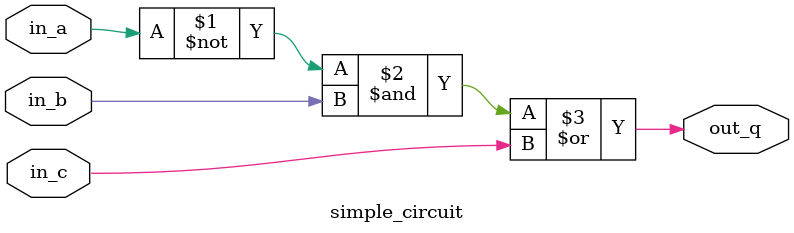
<source format=sv>
module simple_circuit (
  input logic in_a,
  input logic in_b,
  input logic in_c,
  output logic out_q
);
  assign out_q = ((~ in_a & in_b) | in_c);
endmodule

</source>
